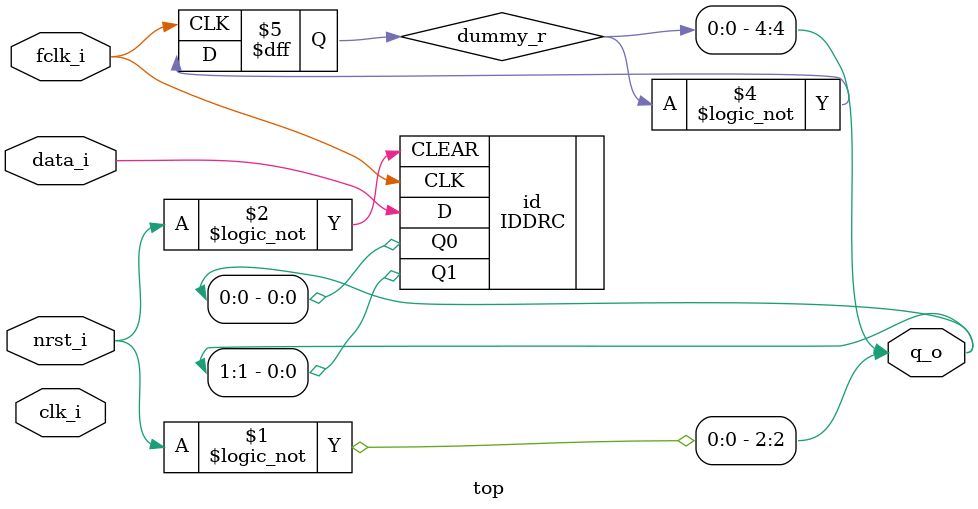
<source format=v>

`default_nettype none
module top(input wire clk_i, 
	input wire nrst_i, 
	input wire fclk_i,
	input wire data_i,
	output wire [7:0]q_o);

	assign q_o[2] = !nrst_i;
    IDDRC id(
        .D(data_i),
		.CLK(fclk_i),
		.CLEAR(!nrst_i),
        .Q0(q_o[0]),
        .Q1(q_o[1])
    );
	defparam id.Q0_INIT=1'b0;
	defparam id.Q1_INIT=1'b0;

	// dummy DFF
	assign q_o[4] = dummy_r;
	reg dummy_r;
	always @(posedge fclk_i) begin
		dummy_r <= !dummy_r;
	end
endmodule

</source>
